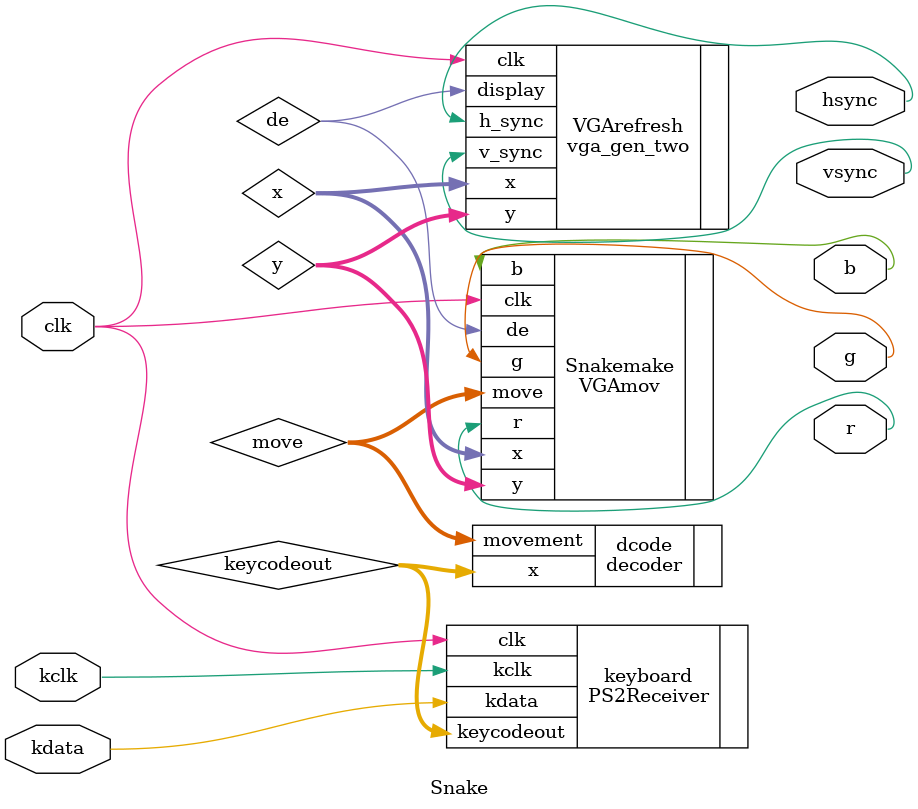
<source format=v>
`timescale 1ns / 1ps


module Snake(
    input clk,
    input kclk,
    input kdata,
    output r,
    output g,
    output b,
    output vsync,
    output hsync
    );
    wire [9:0] x, y;
    wire de;
    wire [31:0] keycodeout;
    wire [2:0] move;
    
    PS2Receiver keyboard(.clk(clk), .kclk(kclk), .kdata(kdata), .keycodeout(keycodeout));
    
    decoder dcode(.x(keycodeout), .movement(move));
    
    vga_gen_two VGArefresh(.clk(clk), .x(x), .y(y), .v_sync(vsync), .h_sync(hsync), .display(de));
    
    VGAmov Snakemake(.move(move), .x(x), .y(y), .de(de), .clk(clk), .r(r), .g(g), .b(b));
    
endmodule
</source>
